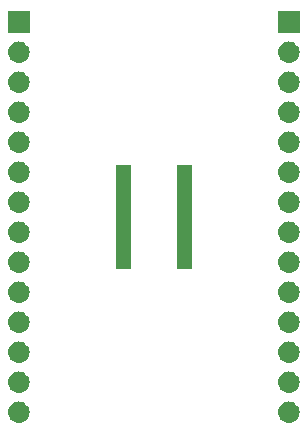
<source format=gbr>
%TF.GenerationSoftware,KiCad,Pcbnew,5.1.4-3.fc31*%
%TF.CreationDate,2019-11-27T18:42:09+01:00*%
%TF.ProjectId,SSOP-28_3.9x9.9mm_P0.635,53534f50-2d32-4385-9f33-2e3978392e39,1.0*%
%TF.SameCoordinates,Original*%
%TF.FileFunction,Soldermask,Top*%
%TF.FilePolarity,Negative*%
%FSLAX46Y46*%
G04 Gerber Fmt 4.6, Leading zero omitted, Abs format (unit mm)*
G04 Created by KiCad (PCBNEW 5.1.4-3.fc31) date 2019-11-27 18:42:09*
%MOMM*%
%LPD*%
G04 APERTURE LIST*
%ADD10C,0.150000*%
G04 APERTURE END LIST*
D10*
G36*
X147430443Y-128645519D02*
G01*
X147496627Y-128652037D01*
X147666466Y-128703557D01*
X147822991Y-128787222D01*
X147858729Y-128816552D01*
X147960186Y-128899814D01*
X148043448Y-129001271D01*
X148072778Y-129037009D01*
X148156443Y-129193534D01*
X148207963Y-129363373D01*
X148225359Y-129540000D01*
X148207963Y-129716627D01*
X148156443Y-129886466D01*
X148072778Y-130042991D01*
X148043448Y-130078729D01*
X147960186Y-130180186D01*
X147858729Y-130263448D01*
X147822991Y-130292778D01*
X147666466Y-130376443D01*
X147496627Y-130427963D01*
X147430443Y-130434481D01*
X147364260Y-130441000D01*
X147275740Y-130441000D01*
X147209557Y-130434481D01*
X147143373Y-130427963D01*
X146973534Y-130376443D01*
X146817009Y-130292778D01*
X146781271Y-130263448D01*
X146679814Y-130180186D01*
X146596552Y-130078729D01*
X146567222Y-130042991D01*
X146483557Y-129886466D01*
X146432037Y-129716627D01*
X146414641Y-129540000D01*
X146432037Y-129363373D01*
X146483557Y-129193534D01*
X146567222Y-129037009D01*
X146596552Y-129001271D01*
X146679814Y-128899814D01*
X146781271Y-128816552D01*
X146817009Y-128787222D01*
X146973534Y-128703557D01*
X147143373Y-128652037D01*
X147209557Y-128645519D01*
X147275740Y-128639000D01*
X147364260Y-128639000D01*
X147430443Y-128645519D01*
X147430443Y-128645519D01*
G37*
G36*
X124570443Y-128645519D02*
G01*
X124636627Y-128652037D01*
X124806466Y-128703557D01*
X124962991Y-128787222D01*
X124998729Y-128816552D01*
X125100186Y-128899814D01*
X125183448Y-129001271D01*
X125212778Y-129037009D01*
X125296443Y-129193534D01*
X125347963Y-129363373D01*
X125365359Y-129540000D01*
X125347963Y-129716627D01*
X125296443Y-129886466D01*
X125212778Y-130042991D01*
X125183448Y-130078729D01*
X125100186Y-130180186D01*
X124998729Y-130263448D01*
X124962991Y-130292778D01*
X124806466Y-130376443D01*
X124636627Y-130427963D01*
X124570443Y-130434481D01*
X124504260Y-130441000D01*
X124415740Y-130441000D01*
X124349557Y-130434481D01*
X124283373Y-130427963D01*
X124113534Y-130376443D01*
X123957009Y-130292778D01*
X123921271Y-130263448D01*
X123819814Y-130180186D01*
X123736552Y-130078729D01*
X123707222Y-130042991D01*
X123623557Y-129886466D01*
X123572037Y-129716627D01*
X123554641Y-129540000D01*
X123572037Y-129363373D01*
X123623557Y-129193534D01*
X123707222Y-129037009D01*
X123736552Y-129001271D01*
X123819814Y-128899814D01*
X123921271Y-128816552D01*
X123957009Y-128787222D01*
X124113534Y-128703557D01*
X124283373Y-128652037D01*
X124349557Y-128645519D01*
X124415740Y-128639000D01*
X124504260Y-128639000D01*
X124570443Y-128645519D01*
X124570443Y-128645519D01*
G37*
G36*
X124570443Y-126105519D02*
G01*
X124636627Y-126112037D01*
X124806466Y-126163557D01*
X124962991Y-126247222D01*
X124998729Y-126276552D01*
X125100186Y-126359814D01*
X125183448Y-126461271D01*
X125212778Y-126497009D01*
X125296443Y-126653534D01*
X125347963Y-126823373D01*
X125365359Y-127000000D01*
X125347963Y-127176627D01*
X125296443Y-127346466D01*
X125212778Y-127502991D01*
X125183448Y-127538729D01*
X125100186Y-127640186D01*
X124998729Y-127723448D01*
X124962991Y-127752778D01*
X124806466Y-127836443D01*
X124636627Y-127887963D01*
X124570442Y-127894482D01*
X124504260Y-127901000D01*
X124415740Y-127901000D01*
X124349558Y-127894482D01*
X124283373Y-127887963D01*
X124113534Y-127836443D01*
X123957009Y-127752778D01*
X123921271Y-127723448D01*
X123819814Y-127640186D01*
X123736552Y-127538729D01*
X123707222Y-127502991D01*
X123623557Y-127346466D01*
X123572037Y-127176627D01*
X123554641Y-127000000D01*
X123572037Y-126823373D01*
X123623557Y-126653534D01*
X123707222Y-126497009D01*
X123736552Y-126461271D01*
X123819814Y-126359814D01*
X123921271Y-126276552D01*
X123957009Y-126247222D01*
X124113534Y-126163557D01*
X124283373Y-126112037D01*
X124349557Y-126105519D01*
X124415740Y-126099000D01*
X124504260Y-126099000D01*
X124570443Y-126105519D01*
X124570443Y-126105519D01*
G37*
G36*
X147430443Y-126105519D02*
G01*
X147496627Y-126112037D01*
X147666466Y-126163557D01*
X147822991Y-126247222D01*
X147858729Y-126276552D01*
X147960186Y-126359814D01*
X148043448Y-126461271D01*
X148072778Y-126497009D01*
X148156443Y-126653534D01*
X148207963Y-126823373D01*
X148225359Y-127000000D01*
X148207963Y-127176627D01*
X148156443Y-127346466D01*
X148072778Y-127502991D01*
X148043448Y-127538729D01*
X147960186Y-127640186D01*
X147858729Y-127723448D01*
X147822991Y-127752778D01*
X147666466Y-127836443D01*
X147496627Y-127887963D01*
X147430442Y-127894482D01*
X147364260Y-127901000D01*
X147275740Y-127901000D01*
X147209558Y-127894482D01*
X147143373Y-127887963D01*
X146973534Y-127836443D01*
X146817009Y-127752778D01*
X146781271Y-127723448D01*
X146679814Y-127640186D01*
X146596552Y-127538729D01*
X146567222Y-127502991D01*
X146483557Y-127346466D01*
X146432037Y-127176627D01*
X146414641Y-127000000D01*
X146432037Y-126823373D01*
X146483557Y-126653534D01*
X146567222Y-126497009D01*
X146596552Y-126461271D01*
X146679814Y-126359814D01*
X146781271Y-126276552D01*
X146817009Y-126247222D01*
X146973534Y-126163557D01*
X147143373Y-126112037D01*
X147209557Y-126105519D01*
X147275740Y-126099000D01*
X147364260Y-126099000D01*
X147430443Y-126105519D01*
X147430443Y-126105519D01*
G37*
G36*
X147430442Y-123565518D02*
G01*
X147496627Y-123572037D01*
X147666466Y-123623557D01*
X147822991Y-123707222D01*
X147858729Y-123736552D01*
X147960186Y-123819814D01*
X148043448Y-123921271D01*
X148072778Y-123957009D01*
X148156443Y-124113534D01*
X148207963Y-124283373D01*
X148225359Y-124460000D01*
X148207963Y-124636627D01*
X148156443Y-124806466D01*
X148072778Y-124962991D01*
X148043448Y-124998729D01*
X147960186Y-125100186D01*
X147858729Y-125183448D01*
X147822991Y-125212778D01*
X147666466Y-125296443D01*
X147496627Y-125347963D01*
X147430442Y-125354482D01*
X147364260Y-125361000D01*
X147275740Y-125361000D01*
X147209558Y-125354482D01*
X147143373Y-125347963D01*
X146973534Y-125296443D01*
X146817009Y-125212778D01*
X146781271Y-125183448D01*
X146679814Y-125100186D01*
X146596552Y-124998729D01*
X146567222Y-124962991D01*
X146483557Y-124806466D01*
X146432037Y-124636627D01*
X146414641Y-124460000D01*
X146432037Y-124283373D01*
X146483557Y-124113534D01*
X146567222Y-123957009D01*
X146596552Y-123921271D01*
X146679814Y-123819814D01*
X146781271Y-123736552D01*
X146817009Y-123707222D01*
X146973534Y-123623557D01*
X147143373Y-123572037D01*
X147209558Y-123565518D01*
X147275740Y-123559000D01*
X147364260Y-123559000D01*
X147430442Y-123565518D01*
X147430442Y-123565518D01*
G37*
G36*
X124570442Y-123565518D02*
G01*
X124636627Y-123572037D01*
X124806466Y-123623557D01*
X124962991Y-123707222D01*
X124998729Y-123736552D01*
X125100186Y-123819814D01*
X125183448Y-123921271D01*
X125212778Y-123957009D01*
X125296443Y-124113534D01*
X125347963Y-124283373D01*
X125365359Y-124460000D01*
X125347963Y-124636627D01*
X125296443Y-124806466D01*
X125212778Y-124962991D01*
X125183448Y-124998729D01*
X125100186Y-125100186D01*
X124998729Y-125183448D01*
X124962991Y-125212778D01*
X124806466Y-125296443D01*
X124636627Y-125347963D01*
X124570442Y-125354482D01*
X124504260Y-125361000D01*
X124415740Y-125361000D01*
X124349558Y-125354482D01*
X124283373Y-125347963D01*
X124113534Y-125296443D01*
X123957009Y-125212778D01*
X123921271Y-125183448D01*
X123819814Y-125100186D01*
X123736552Y-124998729D01*
X123707222Y-124962991D01*
X123623557Y-124806466D01*
X123572037Y-124636627D01*
X123554641Y-124460000D01*
X123572037Y-124283373D01*
X123623557Y-124113534D01*
X123707222Y-123957009D01*
X123736552Y-123921271D01*
X123819814Y-123819814D01*
X123921271Y-123736552D01*
X123957009Y-123707222D01*
X124113534Y-123623557D01*
X124283373Y-123572037D01*
X124349558Y-123565518D01*
X124415740Y-123559000D01*
X124504260Y-123559000D01*
X124570442Y-123565518D01*
X124570442Y-123565518D01*
G37*
G36*
X147430442Y-121025518D02*
G01*
X147496627Y-121032037D01*
X147666466Y-121083557D01*
X147822991Y-121167222D01*
X147858729Y-121196552D01*
X147960186Y-121279814D01*
X148043448Y-121381271D01*
X148072778Y-121417009D01*
X148156443Y-121573534D01*
X148207963Y-121743373D01*
X148225359Y-121920000D01*
X148207963Y-122096627D01*
X148156443Y-122266466D01*
X148072778Y-122422991D01*
X148043448Y-122458729D01*
X147960186Y-122560186D01*
X147858729Y-122643448D01*
X147822991Y-122672778D01*
X147666466Y-122756443D01*
X147496627Y-122807963D01*
X147430443Y-122814481D01*
X147364260Y-122821000D01*
X147275740Y-122821000D01*
X147209557Y-122814481D01*
X147143373Y-122807963D01*
X146973534Y-122756443D01*
X146817009Y-122672778D01*
X146781271Y-122643448D01*
X146679814Y-122560186D01*
X146596552Y-122458729D01*
X146567222Y-122422991D01*
X146483557Y-122266466D01*
X146432037Y-122096627D01*
X146414641Y-121920000D01*
X146432037Y-121743373D01*
X146483557Y-121573534D01*
X146567222Y-121417009D01*
X146596552Y-121381271D01*
X146679814Y-121279814D01*
X146781271Y-121196552D01*
X146817009Y-121167222D01*
X146973534Y-121083557D01*
X147143373Y-121032037D01*
X147209558Y-121025518D01*
X147275740Y-121019000D01*
X147364260Y-121019000D01*
X147430442Y-121025518D01*
X147430442Y-121025518D01*
G37*
G36*
X124570442Y-121025518D02*
G01*
X124636627Y-121032037D01*
X124806466Y-121083557D01*
X124962991Y-121167222D01*
X124998729Y-121196552D01*
X125100186Y-121279814D01*
X125183448Y-121381271D01*
X125212778Y-121417009D01*
X125296443Y-121573534D01*
X125347963Y-121743373D01*
X125365359Y-121920000D01*
X125347963Y-122096627D01*
X125296443Y-122266466D01*
X125212778Y-122422991D01*
X125183448Y-122458729D01*
X125100186Y-122560186D01*
X124998729Y-122643448D01*
X124962991Y-122672778D01*
X124806466Y-122756443D01*
X124636627Y-122807963D01*
X124570443Y-122814481D01*
X124504260Y-122821000D01*
X124415740Y-122821000D01*
X124349557Y-122814481D01*
X124283373Y-122807963D01*
X124113534Y-122756443D01*
X123957009Y-122672778D01*
X123921271Y-122643448D01*
X123819814Y-122560186D01*
X123736552Y-122458729D01*
X123707222Y-122422991D01*
X123623557Y-122266466D01*
X123572037Y-122096627D01*
X123554641Y-121920000D01*
X123572037Y-121743373D01*
X123623557Y-121573534D01*
X123707222Y-121417009D01*
X123736552Y-121381271D01*
X123819814Y-121279814D01*
X123921271Y-121196552D01*
X123957009Y-121167222D01*
X124113534Y-121083557D01*
X124283373Y-121032037D01*
X124349558Y-121025518D01*
X124415740Y-121019000D01*
X124504260Y-121019000D01*
X124570442Y-121025518D01*
X124570442Y-121025518D01*
G37*
G36*
X147430442Y-118485518D02*
G01*
X147496627Y-118492037D01*
X147666466Y-118543557D01*
X147822991Y-118627222D01*
X147858729Y-118656552D01*
X147960186Y-118739814D01*
X148043448Y-118841271D01*
X148072778Y-118877009D01*
X148156443Y-119033534D01*
X148207963Y-119203373D01*
X148225359Y-119380000D01*
X148207963Y-119556627D01*
X148156443Y-119726466D01*
X148072778Y-119882991D01*
X148043448Y-119918729D01*
X147960186Y-120020186D01*
X147858729Y-120103448D01*
X147822991Y-120132778D01*
X147666466Y-120216443D01*
X147496627Y-120267963D01*
X147430442Y-120274482D01*
X147364260Y-120281000D01*
X147275740Y-120281000D01*
X147209558Y-120274482D01*
X147143373Y-120267963D01*
X146973534Y-120216443D01*
X146817009Y-120132778D01*
X146781271Y-120103448D01*
X146679814Y-120020186D01*
X146596552Y-119918729D01*
X146567222Y-119882991D01*
X146483557Y-119726466D01*
X146432037Y-119556627D01*
X146414641Y-119380000D01*
X146432037Y-119203373D01*
X146483557Y-119033534D01*
X146567222Y-118877009D01*
X146596552Y-118841271D01*
X146679814Y-118739814D01*
X146781271Y-118656552D01*
X146817009Y-118627222D01*
X146973534Y-118543557D01*
X147143373Y-118492037D01*
X147209558Y-118485518D01*
X147275740Y-118479000D01*
X147364260Y-118479000D01*
X147430442Y-118485518D01*
X147430442Y-118485518D01*
G37*
G36*
X124570442Y-118485518D02*
G01*
X124636627Y-118492037D01*
X124806466Y-118543557D01*
X124962991Y-118627222D01*
X124998729Y-118656552D01*
X125100186Y-118739814D01*
X125183448Y-118841271D01*
X125212778Y-118877009D01*
X125296443Y-119033534D01*
X125347963Y-119203373D01*
X125365359Y-119380000D01*
X125347963Y-119556627D01*
X125296443Y-119726466D01*
X125212778Y-119882991D01*
X125183448Y-119918729D01*
X125100186Y-120020186D01*
X124998729Y-120103448D01*
X124962991Y-120132778D01*
X124806466Y-120216443D01*
X124636627Y-120267963D01*
X124570442Y-120274482D01*
X124504260Y-120281000D01*
X124415740Y-120281000D01*
X124349558Y-120274482D01*
X124283373Y-120267963D01*
X124113534Y-120216443D01*
X123957009Y-120132778D01*
X123921271Y-120103448D01*
X123819814Y-120020186D01*
X123736552Y-119918729D01*
X123707222Y-119882991D01*
X123623557Y-119726466D01*
X123572037Y-119556627D01*
X123554641Y-119380000D01*
X123572037Y-119203373D01*
X123623557Y-119033534D01*
X123707222Y-118877009D01*
X123736552Y-118841271D01*
X123819814Y-118739814D01*
X123921271Y-118656552D01*
X123957009Y-118627222D01*
X124113534Y-118543557D01*
X124283373Y-118492037D01*
X124349558Y-118485518D01*
X124415740Y-118479000D01*
X124504260Y-118479000D01*
X124570442Y-118485518D01*
X124570442Y-118485518D01*
G37*
G36*
X124570442Y-115945518D02*
G01*
X124636627Y-115952037D01*
X124806466Y-116003557D01*
X124962991Y-116087222D01*
X124998729Y-116116552D01*
X125100186Y-116199814D01*
X125159016Y-116271500D01*
X125212778Y-116337009D01*
X125296443Y-116493534D01*
X125347963Y-116663373D01*
X125365359Y-116840000D01*
X125347963Y-117016627D01*
X125296443Y-117186466D01*
X125212778Y-117342991D01*
X125183448Y-117378729D01*
X125100186Y-117480186D01*
X124998729Y-117563448D01*
X124962991Y-117592778D01*
X124806466Y-117676443D01*
X124636627Y-117727963D01*
X124570442Y-117734482D01*
X124504260Y-117741000D01*
X124415740Y-117741000D01*
X124349558Y-117734482D01*
X124283373Y-117727963D01*
X124113534Y-117676443D01*
X123957009Y-117592778D01*
X123921271Y-117563448D01*
X123819814Y-117480186D01*
X123736552Y-117378729D01*
X123707222Y-117342991D01*
X123623557Y-117186466D01*
X123572037Y-117016627D01*
X123554641Y-116840000D01*
X123572037Y-116663373D01*
X123623557Y-116493534D01*
X123707222Y-116337009D01*
X123760984Y-116271500D01*
X123819814Y-116199814D01*
X123921271Y-116116552D01*
X123957009Y-116087222D01*
X124113534Y-116003557D01*
X124283373Y-115952037D01*
X124349558Y-115945518D01*
X124415740Y-115939000D01*
X124504260Y-115939000D01*
X124570442Y-115945518D01*
X124570442Y-115945518D01*
G37*
G36*
X147430442Y-115945518D02*
G01*
X147496627Y-115952037D01*
X147666466Y-116003557D01*
X147822991Y-116087222D01*
X147858729Y-116116552D01*
X147960186Y-116199814D01*
X148019016Y-116271500D01*
X148072778Y-116337009D01*
X148156443Y-116493534D01*
X148207963Y-116663373D01*
X148225359Y-116840000D01*
X148207963Y-117016627D01*
X148156443Y-117186466D01*
X148072778Y-117342991D01*
X148043448Y-117378729D01*
X147960186Y-117480186D01*
X147858729Y-117563448D01*
X147822991Y-117592778D01*
X147666466Y-117676443D01*
X147496627Y-117727963D01*
X147430442Y-117734482D01*
X147364260Y-117741000D01*
X147275740Y-117741000D01*
X147209558Y-117734482D01*
X147143373Y-117727963D01*
X146973534Y-117676443D01*
X146817009Y-117592778D01*
X146781271Y-117563448D01*
X146679814Y-117480186D01*
X146596552Y-117378729D01*
X146567222Y-117342991D01*
X146483557Y-117186466D01*
X146432037Y-117016627D01*
X146414641Y-116840000D01*
X146432037Y-116663373D01*
X146483557Y-116493534D01*
X146567222Y-116337009D01*
X146620984Y-116271500D01*
X146679814Y-116199814D01*
X146781271Y-116116552D01*
X146817009Y-116087222D01*
X146973534Y-116003557D01*
X147143373Y-115952037D01*
X147209558Y-115945518D01*
X147275740Y-115939000D01*
X147364260Y-115939000D01*
X147430442Y-115945518D01*
X147430442Y-115945518D01*
G37*
G36*
X139141000Y-117408500D02*
G01*
X137839000Y-117408500D01*
X137839000Y-108651500D01*
X139141000Y-108651500D01*
X139141000Y-117408500D01*
X139141000Y-117408500D01*
G37*
G36*
X133941000Y-117408500D02*
G01*
X132639000Y-117408500D01*
X132639000Y-108651500D01*
X133941000Y-108651500D01*
X133941000Y-117408500D01*
X133941000Y-117408500D01*
G37*
G36*
X147430443Y-113405519D02*
G01*
X147496627Y-113412037D01*
X147666466Y-113463557D01*
X147822991Y-113547222D01*
X147858729Y-113576552D01*
X147960186Y-113659814D01*
X148019016Y-113731500D01*
X148072778Y-113797009D01*
X148156443Y-113953534D01*
X148207963Y-114123373D01*
X148225359Y-114300000D01*
X148207963Y-114476627D01*
X148156443Y-114646466D01*
X148072778Y-114802991D01*
X148043448Y-114838729D01*
X147960186Y-114940186D01*
X147858729Y-115023448D01*
X147822991Y-115052778D01*
X147666466Y-115136443D01*
X147496627Y-115187963D01*
X147430442Y-115194482D01*
X147364260Y-115201000D01*
X147275740Y-115201000D01*
X147209558Y-115194482D01*
X147143373Y-115187963D01*
X146973534Y-115136443D01*
X146817009Y-115052778D01*
X146781271Y-115023448D01*
X146679814Y-114940186D01*
X146596552Y-114838729D01*
X146567222Y-114802991D01*
X146483557Y-114646466D01*
X146432037Y-114476627D01*
X146414641Y-114300000D01*
X146432037Y-114123373D01*
X146483557Y-113953534D01*
X146567222Y-113797009D01*
X146620984Y-113731500D01*
X146679814Y-113659814D01*
X146781271Y-113576552D01*
X146817009Y-113547222D01*
X146973534Y-113463557D01*
X147143373Y-113412037D01*
X147209557Y-113405519D01*
X147275740Y-113399000D01*
X147364260Y-113399000D01*
X147430443Y-113405519D01*
X147430443Y-113405519D01*
G37*
G36*
X124570443Y-113405519D02*
G01*
X124636627Y-113412037D01*
X124806466Y-113463557D01*
X124962991Y-113547222D01*
X124998729Y-113576552D01*
X125100186Y-113659814D01*
X125159016Y-113731500D01*
X125212778Y-113797009D01*
X125296443Y-113953534D01*
X125347963Y-114123373D01*
X125365359Y-114300000D01*
X125347963Y-114476627D01*
X125296443Y-114646466D01*
X125212778Y-114802991D01*
X125183448Y-114838729D01*
X125100186Y-114940186D01*
X124998729Y-115023448D01*
X124962991Y-115052778D01*
X124806466Y-115136443D01*
X124636627Y-115187963D01*
X124570442Y-115194482D01*
X124504260Y-115201000D01*
X124415740Y-115201000D01*
X124349558Y-115194482D01*
X124283373Y-115187963D01*
X124113534Y-115136443D01*
X123957009Y-115052778D01*
X123921271Y-115023448D01*
X123819814Y-114940186D01*
X123736552Y-114838729D01*
X123707222Y-114802991D01*
X123623557Y-114646466D01*
X123572037Y-114476627D01*
X123554641Y-114300000D01*
X123572037Y-114123373D01*
X123623557Y-113953534D01*
X123707222Y-113797009D01*
X123760984Y-113731500D01*
X123819814Y-113659814D01*
X123921271Y-113576552D01*
X123957009Y-113547222D01*
X124113534Y-113463557D01*
X124283373Y-113412037D01*
X124349557Y-113405519D01*
X124415740Y-113399000D01*
X124504260Y-113399000D01*
X124570443Y-113405519D01*
X124570443Y-113405519D01*
G37*
G36*
X124570442Y-110865518D02*
G01*
X124636627Y-110872037D01*
X124806466Y-110923557D01*
X124962991Y-111007222D01*
X124998729Y-111036552D01*
X125100186Y-111119814D01*
X125159016Y-111191500D01*
X125212778Y-111257009D01*
X125296443Y-111413534D01*
X125347963Y-111583373D01*
X125365359Y-111760000D01*
X125347963Y-111936627D01*
X125296443Y-112106466D01*
X125212778Y-112262991D01*
X125183448Y-112298729D01*
X125100186Y-112400186D01*
X124998729Y-112483448D01*
X124962991Y-112512778D01*
X124806466Y-112596443D01*
X124636627Y-112647963D01*
X124570442Y-112654482D01*
X124504260Y-112661000D01*
X124415740Y-112661000D01*
X124349558Y-112654482D01*
X124283373Y-112647963D01*
X124113534Y-112596443D01*
X123957009Y-112512778D01*
X123921271Y-112483448D01*
X123819814Y-112400186D01*
X123736552Y-112298729D01*
X123707222Y-112262991D01*
X123623557Y-112106466D01*
X123572037Y-111936627D01*
X123554641Y-111760000D01*
X123572037Y-111583373D01*
X123623557Y-111413534D01*
X123707222Y-111257009D01*
X123760984Y-111191500D01*
X123819814Y-111119814D01*
X123921271Y-111036552D01*
X123957009Y-111007222D01*
X124113534Y-110923557D01*
X124283373Y-110872037D01*
X124349558Y-110865518D01*
X124415740Y-110859000D01*
X124504260Y-110859000D01*
X124570442Y-110865518D01*
X124570442Y-110865518D01*
G37*
G36*
X147430442Y-110865518D02*
G01*
X147496627Y-110872037D01*
X147666466Y-110923557D01*
X147822991Y-111007222D01*
X147858729Y-111036552D01*
X147960186Y-111119814D01*
X148019016Y-111191500D01*
X148072778Y-111257009D01*
X148156443Y-111413534D01*
X148207963Y-111583373D01*
X148225359Y-111760000D01*
X148207963Y-111936627D01*
X148156443Y-112106466D01*
X148072778Y-112262991D01*
X148043448Y-112298729D01*
X147960186Y-112400186D01*
X147858729Y-112483448D01*
X147822991Y-112512778D01*
X147666466Y-112596443D01*
X147496627Y-112647963D01*
X147430442Y-112654482D01*
X147364260Y-112661000D01*
X147275740Y-112661000D01*
X147209558Y-112654482D01*
X147143373Y-112647963D01*
X146973534Y-112596443D01*
X146817009Y-112512778D01*
X146781271Y-112483448D01*
X146679814Y-112400186D01*
X146596552Y-112298729D01*
X146567222Y-112262991D01*
X146483557Y-112106466D01*
X146432037Y-111936627D01*
X146414641Y-111760000D01*
X146432037Y-111583373D01*
X146483557Y-111413534D01*
X146567222Y-111257009D01*
X146620984Y-111191500D01*
X146679814Y-111119814D01*
X146781271Y-111036552D01*
X146817009Y-111007222D01*
X146973534Y-110923557D01*
X147143373Y-110872037D01*
X147209558Y-110865518D01*
X147275740Y-110859000D01*
X147364260Y-110859000D01*
X147430442Y-110865518D01*
X147430442Y-110865518D01*
G37*
G36*
X147430443Y-108325519D02*
G01*
X147496627Y-108332037D01*
X147666466Y-108383557D01*
X147822991Y-108467222D01*
X147858729Y-108496552D01*
X147960186Y-108579814D01*
X148019016Y-108651500D01*
X148072778Y-108717009D01*
X148156443Y-108873534D01*
X148207963Y-109043373D01*
X148225359Y-109220000D01*
X148207963Y-109396627D01*
X148156443Y-109566466D01*
X148072778Y-109722991D01*
X148043448Y-109758729D01*
X147960186Y-109860186D01*
X147858729Y-109943448D01*
X147822991Y-109972778D01*
X147666466Y-110056443D01*
X147496627Y-110107963D01*
X147430443Y-110114481D01*
X147364260Y-110121000D01*
X147275740Y-110121000D01*
X147209557Y-110114481D01*
X147143373Y-110107963D01*
X146973534Y-110056443D01*
X146817009Y-109972778D01*
X146781271Y-109943448D01*
X146679814Y-109860186D01*
X146596552Y-109758729D01*
X146567222Y-109722991D01*
X146483557Y-109566466D01*
X146432037Y-109396627D01*
X146414641Y-109220000D01*
X146432037Y-109043373D01*
X146483557Y-108873534D01*
X146567222Y-108717009D01*
X146620984Y-108651500D01*
X146679814Y-108579814D01*
X146781271Y-108496552D01*
X146817009Y-108467222D01*
X146973534Y-108383557D01*
X147143373Y-108332037D01*
X147209557Y-108325519D01*
X147275740Y-108319000D01*
X147364260Y-108319000D01*
X147430443Y-108325519D01*
X147430443Y-108325519D01*
G37*
G36*
X124570443Y-108325519D02*
G01*
X124636627Y-108332037D01*
X124806466Y-108383557D01*
X124962991Y-108467222D01*
X124998729Y-108496552D01*
X125100186Y-108579814D01*
X125159016Y-108651500D01*
X125212778Y-108717009D01*
X125296443Y-108873534D01*
X125347963Y-109043373D01*
X125365359Y-109220000D01*
X125347963Y-109396627D01*
X125296443Y-109566466D01*
X125212778Y-109722991D01*
X125183448Y-109758729D01*
X125100186Y-109860186D01*
X124998729Y-109943448D01*
X124962991Y-109972778D01*
X124806466Y-110056443D01*
X124636627Y-110107963D01*
X124570443Y-110114481D01*
X124504260Y-110121000D01*
X124415740Y-110121000D01*
X124349557Y-110114481D01*
X124283373Y-110107963D01*
X124113534Y-110056443D01*
X123957009Y-109972778D01*
X123921271Y-109943448D01*
X123819814Y-109860186D01*
X123736552Y-109758729D01*
X123707222Y-109722991D01*
X123623557Y-109566466D01*
X123572037Y-109396627D01*
X123554641Y-109220000D01*
X123572037Y-109043373D01*
X123623557Y-108873534D01*
X123707222Y-108717009D01*
X123760984Y-108651500D01*
X123819814Y-108579814D01*
X123921271Y-108496552D01*
X123957009Y-108467222D01*
X124113534Y-108383557D01*
X124283373Y-108332037D01*
X124349557Y-108325519D01*
X124415740Y-108319000D01*
X124504260Y-108319000D01*
X124570443Y-108325519D01*
X124570443Y-108325519D01*
G37*
G36*
X147430443Y-105785519D02*
G01*
X147496627Y-105792037D01*
X147666466Y-105843557D01*
X147822991Y-105927222D01*
X147858729Y-105956552D01*
X147960186Y-106039814D01*
X148043448Y-106141271D01*
X148072778Y-106177009D01*
X148156443Y-106333534D01*
X148207963Y-106503373D01*
X148225359Y-106680000D01*
X148207963Y-106856627D01*
X148156443Y-107026466D01*
X148072778Y-107182991D01*
X148043448Y-107218729D01*
X147960186Y-107320186D01*
X147858729Y-107403448D01*
X147822991Y-107432778D01*
X147666466Y-107516443D01*
X147496627Y-107567963D01*
X147430443Y-107574481D01*
X147364260Y-107581000D01*
X147275740Y-107581000D01*
X147209557Y-107574481D01*
X147143373Y-107567963D01*
X146973534Y-107516443D01*
X146817009Y-107432778D01*
X146781271Y-107403448D01*
X146679814Y-107320186D01*
X146596552Y-107218729D01*
X146567222Y-107182991D01*
X146483557Y-107026466D01*
X146432037Y-106856627D01*
X146414641Y-106680000D01*
X146432037Y-106503373D01*
X146483557Y-106333534D01*
X146567222Y-106177009D01*
X146596552Y-106141271D01*
X146679814Y-106039814D01*
X146781271Y-105956552D01*
X146817009Y-105927222D01*
X146973534Y-105843557D01*
X147143373Y-105792037D01*
X147209557Y-105785519D01*
X147275740Y-105779000D01*
X147364260Y-105779000D01*
X147430443Y-105785519D01*
X147430443Y-105785519D01*
G37*
G36*
X124570443Y-105785519D02*
G01*
X124636627Y-105792037D01*
X124806466Y-105843557D01*
X124962991Y-105927222D01*
X124998729Y-105956552D01*
X125100186Y-106039814D01*
X125183448Y-106141271D01*
X125212778Y-106177009D01*
X125296443Y-106333534D01*
X125347963Y-106503373D01*
X125365359Y-106680000D01*
X125347963Y-106856627D01*
X125296443Y-107026466D01*
X125212778Y-107182991D01*
X125183448Y-107218729D01*
X125100186Y-107320186D01*
X124998729Y-107403448D01*
X124962991Y-107432778D01*
X124806466Y-107516443D01*
X124636627Y-107567963D01*
X124570443Y-107574481D01*
X124504260Y-107581000D01*
X124415740Y-107581000D01*
X124349557Y-107574481D01*
X124283373Y-107567963D01*
X124113534Y-107516443D01*
X123957009Y-107432778D01*
X123921271Y-107403448D01*
X123819814Y-107320186D01*
X123736552Y-107218729D01*
X123707222Y-107182991D01*
X123623557Y-107026466D01*
X123572037Y-106856627D01*
X123554641Y-106680000D01*
X123572037Y-106503373D01*
X123623557Y-106333534D01*
X123707222Y-106177009D01*
X123736552Y-106141271D01*
X123819814Y-106039814D01*
X123921271Y-105956552D01*
X123957009Y-105927222D01*
X124113534Y-105843557D01*
X124283373Y-105792037D01*
X124349557Y-105785519D01*
X124415740Y-105779000D01*
X124504260Y-105779000D01*
X124570443Y-105785519D01*
X124570443Y-105785519D01*
G37*
G36*
X147430443Y-103245519D02*
G01*
X147496627Y-103252037D01*
X147666466Y-103303557D01*
X147822991Y-103387222D01*
X147858729Y-103416552D01*
X147960186Y-103499814D01*
X148043448Y-103601271D01*
X148072778Y-103637009D01*
X148156443Y-103793534D01*
X148207963Y-103963373D01*
X148225359Y-104140000D01*
X148207963Y-104316627D01*
X148156443Y-104486466D01*
X148072778Y-104642991D01*
X148043448Y-104678729D01*
X147960186Y-104780186D01*
X147858729Y-104863448D01*
X147822991Y-104892778D01*
X147666466Y-104976443D01*
X147496627Y-105027963D01*
X147430442Y-105034482D01*
X147364260Y-105041000D01*
X147275740Y-105041000D01*
X147209557Y-105034481D01*
X147143373Y-105027963D01*
X146973534Y-104976443D01*
X146817009Y-104892778D01*
X146781271Y-104863448D01*
X146679814Y-104780186D01*
X146596552Y-104678729D01*
X146567222Y-104642991D01*
X146483557Y-104486466D01*
X146432037Y-104316627D01*
X146414641Y-104140000D01*
X146432037Y-103963373D01*
X146483557Y-103793534D01*
X146567222Y-103637009D01*
X146596552Y-103601271D01*
X146679814Y-103499814D01*
X146781271Y-103416552D01*
X146817009Y-103387222D01*
X146973534Y-103303557D01*
X147143373Y-103252037D01*
X147209558Y-103245518D01*
X147275740Y-103239000D01*
X147364260Y-103239000D01*
X147430443Y-103245519D01*
X147430443Y-103245519D01*
G37*
G36*
X124570443Y-103245519D02*
G01*
X124636627Y-103252037D01*
X124806466Y-103303557D01*
X124962991Y-103387222D01*
X124998729Y-103416552D01*
X125100186Y-103499814D01*
X125183448Y-103601271D01*
X125212778Y-103637009D01*
X125296443Y-103793534D01*
X125347963Y-103963373D01*
X125365359Y-104140000D01*
X125347963Y-104316627D01*
X125296443Y-104486466D01*
X125212778Y-104642991D01*
X125183448Y-104678729D01*
X125100186Y-104780186D01*
X124998729Y-104863448D01*
X124962991Y-104892778D01*
X124806466Y-104976443D01*
X124636627Y-105027963D01*
X124570442Y-105034482D01*
X124504260Y-105041000D01*
X124415740Y-105041000D01*
X124349557Y-105034481D01*
X124283373Y-105027963D01*
X124113534Y-104976443D01*
X123957009Y-104892778D01*
X123921271Y-104863448D01*
X123819814Y-104780186D01*
X123736552Y-104678729D01*
X123707222Y-104642991D01*
X123623557Y-104486466D01*
X123572037Y-104316627D01*
X123554641Y-104140000D01*
X123572037Y-103963373D01*
X123623557Y-103793534D01*
X123707222Y-103637009D01*
X123736552Y-103601271D01*
X123819814Y-103499814D01*
X123921271Y-103416552D01*
X123957009Y-103387222D01*
X124113534Y-103303557D01*
X124283373Y-103252037D01*
X124349558Y-103245518D01*
X124415740Y-103239000D01*
X124504260Y-103239000D01*
X124570443Y-103245519D01*
X124570443Y-103245519D01*
G37*
G36*
X147430443Y-100705519D02*
G01*
X147496627Y-100712037D01*
X147666466Y-100763557D01*
X147822991Y-100847222D01*
X147858729Y-100876552D01*
X147960186Y-100959814D01*
X148043448Y-101061271D01*
X148072778Y-101097009D01*
X148156443Y-101253534D01*
X148207963Y-101423373D01*
X148225359Y-101600000D01*
X148207963Y-101776627D01*
X148156443Y-101946466D01*
X148072778Y-102102991D01*
X148043448Y-102138729D01*
X147960186Y-102240186D01*
X147858729Y-102323448D01*
X147822991Y-102352778D01*
X147666466Y-102436443D01*
X147496627Y-102487963D01*
X147430442Y-102494482D01*
X147364260Y-102501000D01*
X147275740Y-102501000D01*
X147209558Y-102494482D01*
X147143373Y-102487963D01*
X146973534Y-102436443D01*
X146817009Y-102352778D01*
X146781271Y-102323448D01*
X146679814Y-102240186D01*
X146596552Y-102138729D01*
X146567222Y-102102991D01*
X146483557Y-101946466D01*
X146432037Y-101776627D01*
X146414641Y-101600000D01*
X146432037Y-101423373D01*
X146483557Y-101253534D01*
X146567222Y-101097009D01*
X146596552Y-101061271D01*
X146679814Y-100959814D01*
X146781271Y-100876552D01*
X146817009Y-100847222D01*
X146973534Y-100763557D01*
X147143373Y-100712037D01*
X147209557Y-100705519D01*
X147275740Y-100699000D01*
X147364260Y-100699000D01*
X147430443Y-100705519D01*
X147430443Y-100705519D01*
G37*
G36*
X124570443Y-100705519D02*
G01*
X124636627Y-100712037D01*
X124806466Y-100763557D01*
X124962991Y-100847222D01*
X124998729Y-100876552D01*
X125100186Y-100959814D01*
X125183448Y-101061271D01*
X125212778Y-101097009D01*
X125296443Y-101253534D01*
X125347963Y-101423373D01*
X125365359Y-101600000D01*
X125347963Y-101776627D01*
X125296443Y-101946466D01*
X125212778Y-102102991D01*
X125183448Y-102138729D01*
X125100186Y-102240186D01*
X124998729Y-102323448D01*
X124962991Y-102352778D01*
X124806466Y-102436443D01*
X124636627Y-102487963D01*
X124570442Y-102494482D01*
X124504260Y-102501000D01*
X124415740Y-102501000D01*
X124349558Y-102494482D01*
X124283373Y-102487963D01*
X124113534Y-102436443D01*
X123957009Y-102352778D01*
X123921271Y-102323448D01*
X123819814Y-102240186D01*
X123736552Y-102138729D01*
X123707222Y-102102991D01*
X123623557Y-101946466D01*
X123572037Y-101776627D01*
X123554641Y-101600000D01*
X123572037Y-101423373D01*
X123623557Y-101253534D01*
X123707222Y-101097009D01*
X123736552Y-101061271D01*
X123819814Y-100959814D01*
X123921271Y-100876552D01*
X123957009Y-100847222D01*
X124113534Y-100763557D01*
X124283373Y-100712037D01*
X124349557Y-100705519D01*
X124415740Y-100699000D01*
X124504260Y-100699000D01*
X124570443Y-100705519D01*
X124570443Y-100705519D01*
G37*
G36*
X147430443Y-98165519D02*
G01*
X147496627Y-98172037D01*
X147666466Y-98223557D01*
X147822991Y-98307222D01*
X147858729Y-98336552D01*
X147960186Y-98419814D01*
X148043448Y-98521271D01*
X148072778Y-98557009D01*
X148156443Y-98713534D01*
X148207963Y-98883373D01*
X148225359Y-99060000D01*
X148207963Y-99236627D01*
X148156443Y-99406466D01*
X148072778Y-99562991D01*
X148043448Y-99598729D01*
X147960186Y-99700186D01*
X147858729Y-99783448D01*
X147822991Y-99812778D01*
X147666466Y-99896443D01*
X147496627Y-99947963D01*
X147430443Y-99954481D01*
X147364260Y-99961000D01*
X147275740Y-99961000D01*
X147209557Y-99954481D01*
X147143373Y-99947963D01*
X146973534Y-99896443D01*
X146817009Y-99812778D01*
X146781271Y-99783448D01*
X146679814Y-99700186D01*
X146596552Y-99598729D01*
X146567222Y-99562991D01*
X146483557Y-99406466D01*
X146432037Y-99236627D01*
X146414641Y-99060000D01*
X146432037Y-98883373D01*
X146483557Y-98713534D01*
X146567222Y-98557009D01*
X146596552Y-98521271D01*
X146679814Y-98419814D01*
X146781271Y-98336552D01*
X146817009Y-98307222D01*
X146973534Y-98223557D01*
X147143373Y-98172037D01*
X147209557Y-98165519D01*
X147275740Y-98159000D01*
X147364260Y-98159000D01*
X147430443Y-98165519D01*
X147430443Y-98165519D01*
G37*
G36*
X124570443Y-98165519D02*
G01*
X124636627Y-98172037D01*
X124806466Y-98223557D01*
X124962991Y-98307222D01*
X124998729Y-98336552D01*
X125100186Y-98419814D01*
X125183448Y-98521271D01*
X125212778Y-98557009D01*
X125296443Y-98713534D01*
X125347963Y-98883373D01*
X125365359Y-99060000D01*
X125347963Y-99236627D01*
X125296443Y-99406466D01*
X125212778Y-99562991D01*
X125183448Y-99598729D01*
X125100186Y-99700186D01*
X124998729Y-99783448D01*
X124962991Y-99812778D01*
X124806466Y-99896443D01*
X124636627Y-99947963D01*
X124570443Y-99954481D01*
X124504260Y-99961000D01*
X124415740Y-99961000D01*
X124349557Y-99954481D01*
X124283373Y-99947963D01*
X124113534Y-99896443D01*
X123957009Y-99812778D01*
X123921271Y-99783448D01*
X123819814Y-99700186D01*
X123736552Y-99598729D01*
X123707222Y-99562991D01*
X123623557Y-99406466D01*
X123572037Y-99236627D01*
X123554641Y-99060000D01*
X123572037Y-98883373D01*
X123623557Y-98713534D01*
X123707222Y-98557009D01*
X123736552Y-98521271D01*
X123819814Y-98419814D01*
X123921271Y-98336552D01*
X123957009Y-98307222D01*
X124113534Y-98223557D01*
X124283373Y-98172037D01*
X124349557Y-98165519D01*
X124415740Y-98159000D01*
X124504260Y-98159000D01*
X124570443Y-98165519D01*
X124570443Y-98165519D01*
G37*
G36*
X148221000Y-97421000D02*
G01*
X146419000Y-97421000D01*
X146419000Y-95619000D01*
X148221000Y-95619000D01*
X148221000Y-97421000D01*
X148221000Y-97421000D01*
G37*
G36*
X125361000Y-97421000D02*
G01*
X123559000Y-97421000D01*
X123559000Y-95619000D01*
X125361000Y-95619000D01*
X125361000Y-97421000D01*
X125361000Y-97421000D01*
G37*
M02*

</source>
